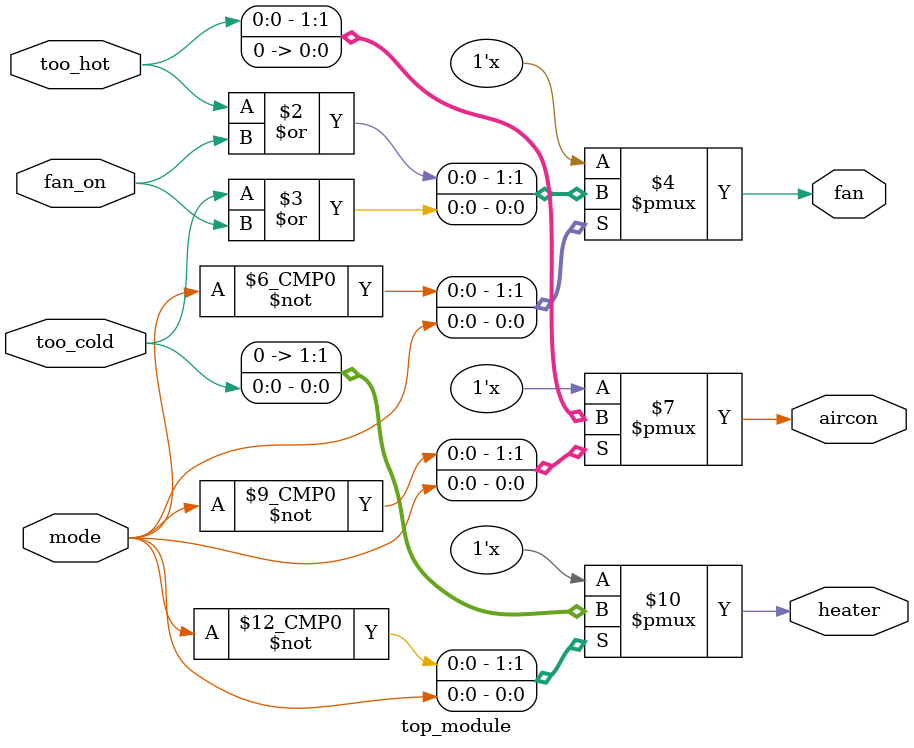
<source format=sv>
module top_module(
    input mode,
    input too_cold, 
    input too_hot,
    input fan_on,
    output reg heater,
    output reg aircon,
    output reg fan
);

always @(*) begin
    case (mode)
        1'b0: begin // Cooling mode
            heater = 1'b0;
            aircon = too_hot;
            fan = (too_hot | fan_on);
        end
        1'b1: begin // Heating mode
            heater = too_cold;
            aircon = 1'b0;
            fan = (too_cold | fan_on);
        end
        default: begin
            heater = 1'b0;
            aircon = 1'b0;
            fan = fan_on;
        end
    endcase
end

endmodule

</source>
